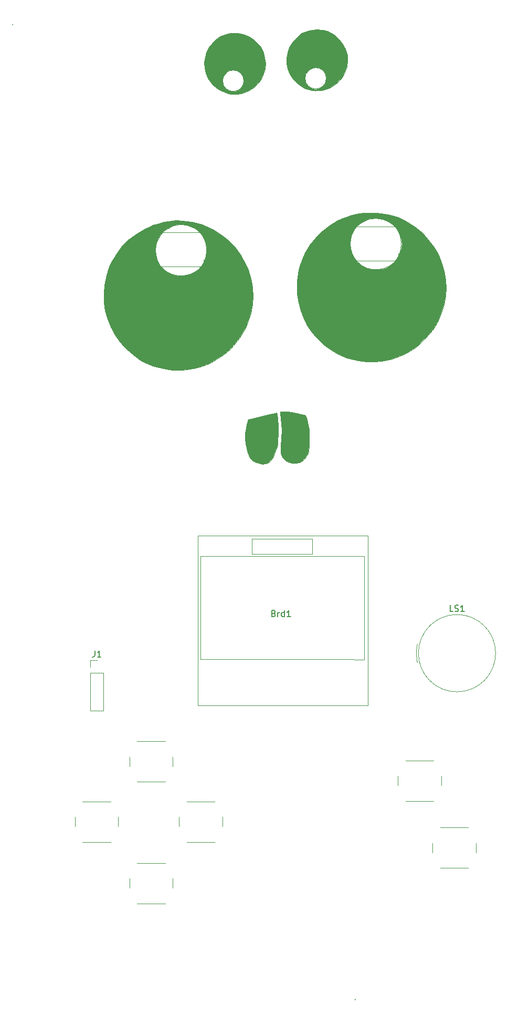
<source format=gbr>
G04 #@! TF.GenerationSoftware,KiCad,Pcbnew,8.0.5-8.0.5-0~ubuntu24.04.1*
G04 #@! TF.CreationDate,2024-10-08T07:52:30+09:00*
G04 #@! TF.ProjectId,gopher_bird_rp2040_sw,676f7068-6572-45f6-9269-72645f727032,rev?*
G04 #@! TF.SameCoordinates,Original*
G04 #@! TF.FileFunction,Legend,Top*
G04 #@! TF.FilePolarity,Positive*
%FSLAX46Y46*%
G04 Gerber Fmt 4.6, Leading zero omitted, Abs format (unit mm)*
G04 Created by KiCad (PCBNEW 8.0.5-8.0.5-0~ubuntu24.04.1) date 2024-10-08 07:52:30*
%MOMM*%
%LPD*%
G01*
G04 APERTURE LIST*
%ADD10C,0.150000*%
%ADD11C,0.120000*%
%ADD12C,0.010000*%
%ADD13C,0.100000*%
G04 APERTURE END LIST*
D10*
X110433333Y-130485009D02*
X110576190Y-130532628D01*
X110576190Y-130532628D02*
X110623809Y-130580247D01*
X110623809Y-130580247D02*
X110671428Y-130675485D01*
X110671428Y-130675485D02*
X110671428Y-130818342D01*
X110671428Y-130818342D02*
X110623809Y-130913580D01*
X110623809Y-130913580D02*
X110576190Y-130961200D01*
X110576190Y-130961200D02*
X110480952Y-131008819D01*
X110480952Y-131008819D02*
X110100000Y-131008819D01*
X110100000Y-131008819D02*
X110100000Y-130008819D01*
X110100000Y-130008819D02*
X110433333Y-130008819D01*
X110433333Y-130008819D02*
X110528571Y-130056438D01*
X110528571Y-130056438D02*
X110576190Y-130104057D01*
X110576190Y-130104057D02*
X110623809Y-130199295D01*
X110623809Y-130199295D02*
X110623809Y-130294533D01*
X110623809Y-130294533D02*
X110576190Y-130389771D01*
X110576190Y-130389771D02*
X110528571Y-130437390D01*
X110528571Y-130437390D02*
X110433333Y-130485009D01*
X110433333Y-130485009D02*
X110100000Y-130485009D01*
X111100000Y-131008819D02*
X111100000Y-130342152D01*
X111100000Y-130532628D02*
X111147619Y-130437390D01*
X111147619Y-130437390D02*
X111195238Y-130389771D01*
X111195238Y-130389771D02*
X111290476Y-130342152D01*
X111290476Y-130342152D02*
X111385714Y-130342152D01*
X112147619Y-131008819D02*
X112147619Y-130008819D01*
X112147619Y-130961200D02*
X112052381Y-131008819D01*
X112052381Y-131008819D02*
X111861905Y-131008819D01*
X111861905Y-131008819D02*
X111766667Y-130961200D01*
X111766667Y-130961200D02*
X111719048Y-130913580D01*
X111719048Y-130913580D02*
X111671429Y-130818342D01*
X111671429Y-130818342D02*
X111671429Y-130532628D01*
X111671429Y-130532628D02*
X111719048Y-130437390D01*
X111719048Y-130437390D02*
X111766667Y-130389771D01*
X111766667Y-130389771D02*
X111861905Y-130342152D01*
X111861905Y-130342152D02*
X112052381Y-130342152D01*
X112052381Y-130342152D02*
X112147619Y-130389771D01*
X113147619Y-131008819D02*
X112576191Y-131008819D01*
X112861905Y-131008819D02*
X112861905Y-130008819D01*
X112861905Y-130008819D02*
X112766667Y-130151676D01*
X112766667Y-130151676D02*
X112671429Y-130246914D01*
X112671429Y-130246914D02*
X112576191Y-130294533D01*
X81566666Y-136494819D02*
X81566666Y-137209104D01*
X81566666Y-137209104D02*
X81519047Y-137351961D01*
X81519047Y-137351961D02*
X81423809Y-137447200D01*
X81423809Y-137447200D02*
X81280952Y-137494819D01*
X81280952Y-137494819D02*
X81185714Y-137494819D01*
X82566666Y-137494819D02*
X81995238Y-137494819D01*
X82280952Y-137494819D02*
X82280952Y-136494819D01*
X82280952Y-136494819D02*
X82185714Y-136637676D01*
X82185714Y-136637676D02*
X82090476Y-136732914D01*
X82090476Y-136732914D02*
X81995238Y-136780533D01*
X139357142Y-130184819D02*
X138880952Y-130184819D01*
X138880952Y-130184819D02*
X138880952Y-129184819D01*
X139642857Y-130137200D02*
X139785714Y-130184819D01*
X139785714Y-130184819D02*
X140023809Y-130184819D01*
X140023809Y-130184819D02*
X140119047Y-130137200D01*
X140119047Y-130137200D02*
X140166666Y-130089580D01*
X140166666Y-130089580D02*
X140214285Y-129994342D01*
X140214285Y-129994342D02*
X140214285Y-129899104D01*
X140214285Y-129899104D02*
X140166666Y-129803866D01*
X140166666Y-129803866D02*
X140119047Y-129756247D01*
X140119047Y-129756247D02*
X140023809Y-129708628D01*
X140023809Y-129708628D02*
X139833333Y-129661009D01*
X139833333Y-129661009D02*
X139738095Y-129613390D01*
X139738095Y-129613390D02*
X139690476Y-129565771D01*
X139690476Y-129565771D02*
X139642857Y-129470533D01*
X139642857Y-129470533D02*
X139642857Y-129375295D01*
X139642857Y-129375295D02*
X139690476Y-129280057D01*
X139690476Y-129280057D02*
X139738095Y-129232438D01*
X139738095Y-129232438D02*
X139833333Y-129184819D01*
X139833333Y-129184819D02*
X140071428Y-129184819D01*
X140071428Y-129184819D02*
X140214285Y-129232438D01*
X141166666Y-130184819D02*
X140595238Y-130184819D01*
X140880952Y-130184819D02*
X140880952Y-129184819D01*
X140880952Y-129184819D02*
X140785714Y-129327676D01*
X140785714Y-129327676D02*
X140690476Y-129422914D01*
X140690476Y-129422914D02*
X140595238Y-129470533D01*
D11*
X91800000Y-69150000D02*
X99100000Y-69150000D01*
X91800000Y-74650000D02*
X99100000Y-74650000D01*
X99100000Y-74650000D02*
X99100000Y-73500000D01*
X123200000Y-68150000D02*
X130500000Y-68150000D01*
X123200000Y-73650000D02*
X130500000Y-73650000D01*
X130500000Y-73650000D02*
X130500000Y-72500000D01*
X98200000Y-118000000D02*
X125600000Y-118000000D01*
X98200000Y-145300000D02*
X98200000Y-118000000D01*
X98622000Y-121295000D02*
X121722000Y-121295000D01*
X98622000Y-137895000D02*
X98622000Y-121295000D01*
X106901000Y-118489000D02*
X106901000Y-120902000D01*
X106901000Y-118489000D02*
X116680000Y-118489000D01*
X116680000Y-118489000D02*
X116680000Y-120902000D01*
X116680000Y-120902000D02*
X106901000Y-120902000D01*
X121722000Y-121295000D02*
X124808000Y-121295000D01*
X121722000Y-137895000D02*
X98622000Y-137895000D01*
X121722000Y-137895000D02*
X125062000Y-137920000D01*
X125062000Y-121283000D02*
X124808000Y-121295000D01*
X125062000Y-137920000D02*
X125062000Y-121283000D01*
X125600000Y-118000000D02*
X125600000Y-145300000D01*
X125600000Y-145300000D02*
X98200000Y-145300000D01*
X130450000Y-156700000D02*
X130450000Y-158200000D01*
X131700000Y-160700000D02*
X136200000Y-160700000D01*
X136200000Y-154200000D02*
X131700000Y-154200000D01*
X137450000Y-158200000D02*
X137450000Y-156700000D01*
X78350000Y-163300000D02*
X78350000Y-164800000D01*
X79600000Y-167300000D02*
X84100000Y-167300000D01*
X84100000Y-160800000D02*
X79600000Y-160800000D01*
X85350000Y-164800000D02*
X85350000Y-163300000D01*
X87150000Y-173200000D02*
X87150000Y-174700000D01*
X88400000Y-177200000D02*
X92900000Y-177200000D01*
X92900000Y-170700000D02*
X88400000Y-170700000D01*
X94150000Y-174700000D02*
X94150000Y-173200000D01*
X80840000Y-138040000D02*
X81900000Y-138040000D01*
X80840000Y-139100000D02*
X80840000Y-138040000D01*
X80840000Y-140100000D02*
X80840000Y-146160000D01*
X80840000Y-140100000D02*
X82960000Y-140100000D01*
X80840000Y-146160000D02*
X82960000Y-146160000D01*
X82960000Y-140100000D02*
X82960000Y-146160000D01*
X87150000Y-153600000D02*
X87150000Y-155100000D01*
X88400000Y-157600000D02*
X92900000Y-157600000D01*
X92900000Y-151100000D02*
X88400000Y-151100000D01*
X94150000Y-155100000D02*
X94150000Y-153600000D01*
X99600001Y-72000000D02*
G75*
G02*
X91377925Y-72000000I-4111038J0D01*
G01*
X91377925Y-72000000D02*
G75*
G02*
X99600001Y-72000000I4111038J0D01*
G01*
X105600000Y-44700000D02*
G75*
G02*
X102200000Y-44700000I-1700000J0D01*
G01*
X102200000Y-44700000D02*
G75*
G02*
X105600000Y-44700000I1700000J0D01*
G01*
X118900000Y-44300000D02*
G75*
G02*
X115500000Y-44300000I-1700000J0D01*
G01*
X115500000Y-44300000D02*
G75*
G02*
X118900000Y-44300000I1700000J0D01*
G01*
X131000001Y-71000000D02*
G75*
G02*
X122777925Y-71000000I-4111038J0D01*
G01*
X122777925Y-71000000D02*
G75*
G02*
X131000001Y-71000000I4111038J0D01*
G01*
D12*
X68320000Y-35620357D02*
X68274643Y-35665714D01*
X68229285Y-35620357D01*
X68274643Y-35575000D01*
X68320000Y-35620357D01*
G36*
X68320000Y-35620357D02*
G01*
X68274643Y-35665714D01*
X68229285Y-35620357D01*
X68274643Y-35575000D01*
X68320000Y-35620357D01*
G37*
X123565000Y-192646786D02*
X123519643Y-192692143D01*
X123474285Y-192646786D01*
X123519643Y-192601429D01*
X123565000Y-192646786D01*
G36*
X123565000Y-192646786D02*
G01*
X123519643Y-192692143D01*
X123474285Y-192646786D01*
X123519643Y-192601429D01*
X123565000Y-192646786D01*
G37*
D13*
X126970000Y-65990000D02*
X127010000Y-66830000D01*
X126490000Y-66870000D01*
X125750000Y-67020000D01*
X124980000Y-67300000D01*
X124340000Y-67700000D01*
X123870000Y-68130000D01*
X123460000Y-68630000D01*
X123180000Y-69110000D01*
X122910000Y-69750000D01*
X122790000Y-70230000D01*
X122740000Y-70740000D01*
X122740000Y-70970000D01*
X116410000Y-70940000D01*
X117140000Y-70060000D01*
X118010000Y-69140000D01*
X118340000Y-68850000D01*
X119410000Y-68010000D01*
X120620000Y-67290000D01*
X121590000Y-66850000D01*
X122410000Y-66540000D01*
X122710000Y-66450000D01*
X123770000Y-66150000D01*
X124860000Y-66000000D01*
X125800000Y-65970000D01*
X126390000Y-65970000D01*
X126970000Y-65990000D01*
G36*
X126970000Y-65990000D02*
G01*
X127010000Y-66830000D01*
X126490000Y-66870000D01*
X125750000Y-67020000D01*
X124980000Y-67300000D01*
X124340000Y-67700000D01*
X123870000Y-68130000D01*
X123460000Y-68630000D01*
X123180000Y-69110000D01*
X122910000Y-69750000D01*
X122790000Y-70230000D01*
X122740000Y-70740000D01*
X122740000Y-70970000D01*
X116410000Y-70940000D01*
X117140000Y-70060000D01*
X118010000Y-69140000D01*
X118340000Y-68850000D01*
X119410000Y-68010000D01*
X120620000Y-67290000D01*
X121590000Y-66850000D01*
X122410000Y-66540000D01*
X122710000Y-66450000D01*
X123770000Y-66150000D01*
X124860000Y-66000000D01*
X125800000Y-65970000D01*
X126390000Y-65970000D01*
X126970000Y-65990000D01*
G37*
X95730000Y-67255000D02*
X95610000Y-67820000D01*
X94900000Y-67880000D01*
X94070000Y-68100000D01*
X93420000Y-68400000D01*
X92700000Y-68860000D01*
X92170000Y-69500000D01*
X91720000Y-70180000D01*
X91510000Y-70810000D01*
X91340000Y-71490000D01*
X91320000Y-72230000D01*
X91470000Y-73130000D01*
X91690000Y-73730000D01*
X91830000Y-74000000D01*
X92090000Y-74420000D01*
X92280000Y-74670000D01*
X83890000Y-74640000D01*
X84250000Y-73920000D01*
X84450000Y-73510000D01*
X85200000Y-72320000D01*
X86120000Y-71180000D01*
X87100000Y-70230000D01*
X88250000Y-69340000D01*
X89530000Y-68580000D01*
X90650000Y-68070000D01*
X90920000Y-67970000D01*
X92010000Y-67640000D01*
X92710000Y-67440000D01*
X93510000Y-67330000D01*
X94610000Y-67205000D01*
X95730000Y-67255000D01*
G36*
X95730000Y-67255000D02*
G01*
X95610000Y-67820000D01*
X94900000Y-67880000D01*
X94070000Y-68100000D01*
X93420000Y-68400000D01*
X92700000Y-68860000D01*
X92170000Y-69500000D01*
X91720000Y-70180000D01*
X91510000Y-70810000D01*
X91340000Y-71490000D01*
X91320000Y-72230000D01*
X91470000Y-73130000D01*
X91690000Y-73730000D01*
X91830000Y-74000000D01*
X92090000Y-74420000D01*
X92280000Y-74670000D01*
X83890000Y-74640000D01*
X84250000Y-73920000D01*
X84450000Y-73510000D01*
X85200000Y-72320000D01*
X86120000Y-71180000D01*
X87100000Y-70230000D01*
X88250000Y-69340000D01*
X89530000Y-68580000D01*
X90650000Y-68070000D01*
X90920000Y-67970000D01*
X92010000Y-67640000D01*
X92710000Y-67440000D01*
X93510000Y-67330000D01*
X94610000Y-67205000D01*
X95730000Y-67255000D01*
G37*
X118330000Y-36510000D02*
X119095000Y-36720000D01*
X120005000Y-37190000D01*
X120480000Y-37550000D01*
X121080000Y-38120000D01*
X121560000Y-38780000D01*
X121980000Y-39590000D01*
X122280000Y-40580000D01*
X122350000Y-41490000D01*
X122230000Y-42430000D01*
X121940000Y-43260000D01*
X121520000Y-44030000D01*
X120980000Y-44730000D01*
X120280000Y-45340000D01*
X119560000Y-45800000D01*
X118730000Y-46110000D01*
X118100000Y-46240000D01*
X117160000Y-46290000D01*
X117180000Y-46060000D01*
X117690000Y-45970000D01*
X118230000Y-45680000D01*
X118660000Y-45250000D01*
X118870000Y-44770000D01*
X118940000Y-44210000D01*
X118830000Y-43660000D01*
X118530000Y-43160000D01*
X118210000Y-42880000D01*
X117780000Y-42650000D01*
X117230000Y-42550000D01*
X117290000Y-36470000D01*
X118330000Y-36510000D01*
G36*
X118330000Y-36510000D02*
G01*
X119095000Y-36720000D01*
X120005000Y-37190000D01*
X120480000Y-37550000D01*
X121080000Y-38120000D01*
X121560000Y-38780000D01*
X121980000Y-39590000D01*
X122280000Y-40580000D01*
X122350000Y-41490000D01*
X122230000Y-42430000D01*
X121940000Y-43260000D01*
X121520000Y-44030000D01*
X120980000Y-44730000D01*
X120280000Y-45340000D01*
X119560000Y-45800000D01*
X118730000Y-46110000D01*
X118100000Y-46240000D01*
X117160000Y-46290000D01*
X117180000Y-46060000D01*
X117690000Y-45970000D01*
X118230000Y-45680000D01*
X118660000Y-45250000D01*
X118870000Y-44770000D01*
X118940000Y-44210000D01*
X118830000Y-43660000D01*
X118530000Y-43160000D01*
X118210000Y-42880000D01*
X117780000Y-42650000D01*
X117230000Y-42550000D01*
X117290000Y-36470000D01*
X118330000Y-36510000D01*
G37*
X110910000Y-98190000D02*
X110990000Y-98390000D01*
X111060000Y-99150000D01*
X111110000Y-100160000D01*
X111130000Y-101590000D01*
X111070000Y-102710000D01*
X111020000Y-103220000D01*
X110900000Y-103900000D01*
X110660000Y-104550000D01*
X110390000Y-105305000D01*
X109950000Y-105855000D01*
X109420000Y-106250000D01*
X108630000Y-106420000D01*
X108010000Y-106320000D01*
X107440000Y-106120000D01*
X106970000Y-105840000D01*
X106570000Y-105400000D01*
X106270000Y-104570000D01*
X106050000Y-103930000D01*
X105900000Y-103180000D01*
X105840000Y-102310000D01*
X105850000Y-101580000D01*
X106000000Y-100730000D01*
X106090000Y-100070000D01*
X106230000Y-99480000D01*
X106320000Y-99300000D01*
X107420000Y-99005000D01*
X108770000Y-98700000D01*
X109820000Y-98400000D01*
X110630000Y-98210000D01*
X110860000Y-98180000D01*
X110910000Y-98190000D01*
G36*
X110910000Y-98190000D02*
G01*
X110990000Y-98390000D01*
X111060000Y-99150000D01*
X111110000Y-100160000D01*
X111130000Y-101590000D01*
X111070000Y-102710000D01*
X111020000Y-103220000D01*
X110900000Y-103900000D01*
X110660000Y-104550000D01*
X110390000Y-105305000D01*
X109950000Y-105855000D01*
X109420000Y-106250000D01*
X108630000Y-106420000D01*
X108010000Y-106320000D01*
X107440000Y-106120000D01*
X106970000Y-105840000D01*
X106570000Y-105400000D01*
X106270000Y-104570000D01*
X106050000Y-103930000D01*
X105900000Y-103180000D01*
X105840000Y-102310000D01*
X105850000Y-101580000D01*
X106000000Y-100730000D01*
X106090000Y-100070000D01*
X106230000Y-99480000D01*
X106320000Y-99300000D01*
X107420000Y-99005000D01*
X108770000Y-98700000D01*
X109820000Y-98400000D01*
X110630000Y-98210000D01*
X110860000Y-98180000D01*
X110910000Y-98190000D01*
G37*
X112680000Y-97990000D02*
X113680000Y-98150000D01*
X114830000Y-98400000D01*
X115520000Y-98580000D01*
X115800000Y-99250000D01*
X115970000Y-100100000D01*
X116110000Y-100830000D01*
X116180000Y-101800000D01*
X116170000Y-103150000D01*
X116150000Y-103590000D01*
X116070000Y-104300000D01*
X115930000Y-104750000D01*
X115630000Y-105290000D01*
X115290000Y-105720000D01*
X114910000Y-106020000D01*
X114530000Y-106210000D01*
X113950000Y-106290000D01*
X113360000Y-106260000D01*
X112800000Y-106100000D01*
X112320000Y-105840000D01*
X111920000Y-105460000D01*
X111650000Y-105000000D01*
X111570000Y-104630000D01*
X111560000Y-104060000D01*
X111600000Y-103450000D01*
X111680000Y-102430000D01*
X111700000Y-100930000D01*
X111675000Y-100040000D01*
X111580000Y-99110000D01*
X111490000Y-98260000D01*
X111470000Y-98030000D01*
X112220000Y-97980000D01*
X112680000Y-97990000D01*
G36*
X112680000Y-97990000D02*
G01*
X113680000Y-98150000D01*
X114830000Y-98400000D01*
X115520000Y-98580000D01*
X115800000Y-99250000D01*
X115970000Y-100100000D01*
X116110000Y-100830000D01*
X116180000Y-101800000D01*
X116170000Y-103150000D01*
X116150000Y-103590000D01*
X116070000Y-104300000D01*
X115930000Y-104750000D01*
X115630000Y-105290000D01*
X115290000Y-105720000D01*
X114910000Y-106020000D01*
X114530000Y-106210000D01*
X113950000Y-106290000D01*
X113360000Y-106260000D01*
X112800000Y-106100000D01*
X112320000Y-105840000D01*
X111920000Y-105460000D01*
X111650000Y-105000000D01*
X111570000Y-104630000D01*
X111560000Y-104060000D01*
X111600000Y-103450000D01*
X111680000Y-102430000D01*
X111700000Y-100930000D01*
X111675000Y-100040000D01*
X111580000Y-99110000D01*
X111490000Y-98260000D01*
X111470000Y-98030000D01*
X112220000Y-97980000D01*
X112680000Y-97990000D01*
G37*
X103750000Y-42970000D02*
X103280000Y-43060000D01*
X102810000Y-43320000D01*
X102470000Y-43680000D01*
X102280000Y-44030000D01*
X102140000Y-44540000D01*
X102150000Y-44850000D01*
X102210000Y-45170000D01*
X102350000Y-45530000D01*
X102590000Y-45870000D01*
X102970000Y-46190000D01*
X103320000Y-46350000D01*
X103620000Y-46430000D01*
X103900000Y-46450000D01*
X103890000Y-46860000D01*
X103570000Y-46840000D01*
X103120000Y-46760000D01*
X102220000Y-46450000D01*
X101400000Y-45990000D01*
X100670000Y-45380000D01*
X100310000Y-44990000D01*
X99840000Y-44270000D01*
X99490000Y-43490000D01*
X99290000Y-42610000D01*
X99240000Y-41790000D01*
X99340000Y-40960000D01*
X99580000Y-40130000D01*
X99960000Y-39350000D01*
X100460000Y-38690000D01*
X101010000Y-38160000D01*
X101870000Y-37560000D01*
X102750000Y-37190000D01*
X103430000Y-37050000D01*
X103680000Y-37020000D01*
X103750000Y-42970000D01*
G36*
X103750000Y-42970000D02*
G01*
X103280000Y-43060000D01*
X102810000Y-43320000D01*
X102470000Y-43680000D01*
X102280000Y-44030000D01*
X102140000Y-44540000D01*
X102150000Y-44850000D01*
X102210000Y-45170000D01*
X102350000Y-45530000D01*
X102590000Y-45870000D01*
X102970000Y-46190000D01*
X103320000Y-46350000D01*
X103620000Y-46430000D01*
X103900000Y-46450000D01*
X103890000Y-46860000D01*
X103570000Y-46840000D01*
X103120000Y-46760000D01*
X102220000Y-46450000D01*
X101400000Y-45990000D01*
X100670000Y-45380000D01*
X100310000Y-44990000D01*
X99840000Y-44270000D01*
X99490000Y-43490000D01*
X99290000Y-42610000D01*
X99240000Y-41790000D01*
X99340000Y-40960000D01*
X99580000Y-40130000D01*
X99960000Y-39350000D01*
X100460000Y-38690000D01*
X101010000Y-38160000D01*
X101870000Y-37560000D01*
X102750000Y-37190000D01*
X103430000Y-37050000D01*
X103680000Y-37020000D01*
X103750000Y-42970000D01*
G37*
X117200000Y-42540000D02*
X116790000Y-42610000D01*
X116230000Y-42850000D01*
X115860000Y-43180000D01*
X115550000Y-43670000D01*
X115460000Y-44160000D01*
X115450000Y-44510000D01*
X115540000Y-44860000D01*
X115690000Y-45200000D01*
X115950000Y-45540000D01*
X116230000Y-45760000D01*
X116650000Y-45980000D01*
X117140000Y-46060000D01*
X117130000Y-46320000D01*
X117100000Y-46300000D01*
X116670000Y-46240000D01*
X116270000Y-46190000D01*
X115400000Y-45890000D01*
X114600000Y-45420000D01*
X113900000Y-44790000D01*
X113520000Y-44380000D01*
X113030000Y-43610000D01*
X112700000Y-42820000D01*
X112520000Y-41930000D01*
X112490000Y-41080000D01*
X112660000Y-40180000D01*
X112920000Y-39400000D01*
X112950000Y-39300000D01*
X113590000Y-38280000D01*
X114240000Y-37590000D01*
X114990000Y-37060000D01*
X115620000Y-36780000D01*
X115880000Y-36660000D01*
X116170000Y-36580000D01*
X116810000Y-36480000D01*
X117260000Y-36470000D01*
X117200000Y-42540000D01*
G36*
X117200000Y-42540000D02*
G01*
X116790000Y-42610000D01*
X116230000Y-42850000D01*
X115860000Y-43180000D01*
X115550000Y-43670000D01*
X115460000Y-44160000D01*
X115450000Y-44510000D01*
X115540000Y-44860000D01*
X115690000Y-45200000D01*
X115950000Y-45540000D01*
X116230000Y-45760000D01*
X116650000Y-45980000D01*
X117140000Y-46060000D01*
X117130000Y-46320000D01*
X117100000Y-46300000D01*
X116670000Y-46240000D01*
X116270000Y-46190000D01*
X115400000Y-45890000D01*
X114600000Y-45420000D01*
X113900000Y-44790000D01*
X113520000Y-44380000D01*
X113030000Y-43610000D01*
X112700000Y-42820000D01*
X112520000Y-41930000D01*
X112490000Y-41080000D01*
X112660000Y-40180000D01*
X112920000Y-39400000D01*
X112950000Y-39300000D01*
X113590000Y-38280000D01*
X114240000Y-37590000D01*
X114990000Y-37060000D01*
X115620000Y-36780000D01*
X115880000Y-36660000D01*
X116170000Y-36580000D01*
X116810000Y-36480000D01*
X117260000Y-36470000D01*
X117200000Y-42540000D01*
G37*
X105490000Y-37190000D02*
X106440000Y-37560000D01*
X107170000Y-38050000D01*
X107770000Y-38650000D01*
X108250000Y-39160000D01*
X108550000Y-39690000D01*
X108770000Y-40200000D01*
X108980000Y-41010000D01*
X109060000Y-41460000D01*
X109090000Y-41950000D01*
X109010000Y-42870000D01*
X108710000Y-43770000D01*
X108320000Y-44530000D01*
X107770000Y-45250000D01*
X107140000Y-45820000D01*
X106320000Y-46340000D01*
X105470000Y-46690000D01*
X104990000Y-46780000D01*
X104670000Y-46820000D01*
X104330000Y-46850000D01*
X103940000Y-46860000D01*
X103940000Y-46460000D01*
X104200000Y-46430000D01*
X104670000Y-46270000D01*
X105090000Y-45980000D01*
X105430000Y-45540000D01*
X105570000Y-45230000D01*
X105650000Y-44730000D01*
X105590000Y-44230000D01*
X105420000Y-43820000D01*
X105230000Y-43550000D01*
X104830000Y-43210000D01*
X104370000Y-42945000D01*
X103270000Y-42875000D01*
X103340000Y-42290000D01*
X103660000Y-37015000D01*
X104620000Y-37005000D01*
X105490000Y-37190000D01*
G36*
X105490000Y-37190000D02*
G01*
X106440000Y-37560000D01*
X107170000Y-38050000D01*
X107770000Y-38650000D01*
X108250000Y-39160000D01*
X108550000Y-39690000D01*
X108770000Y-40200000D01*
X108980000Y-41010000D01*
X109060000Y-41460000D01*
X109090000Y-41950000D01*
X109010000Y-42870000D01*
X108710000Y-43770000D01*
X108320000Y-44530000D01*
X107770000Y-45250000D01*
X107140000Y-45820000D01*
X106320000Y-46340000D01*
X105470000Y-46690000D01*
X104990000Y-46780000D01*
X104670000Y-46820000D01*
X104330000Y-46850000D01*
X103940000Y-46860000D01*
X103940000Y-46460000D01*
X104200000Y-46430000D01*
X104670000Y-46270000D01*
X105090000Y-45980000D01*
X105430000Y-45540000D01*
X105570000Y-45230000D01*
X105650000Y-44730000D01*
X105590000Y-44230000D01*
X105420000Y-43820000D01*
X105230000Y-43550000D01*
X104830000Y-43210000D01*
X104370000Y-42945000D01*
X103270000Y-42875000D01*
X103340000Y-42290000D01*
X103660000Y-37015000D01*
X104620000Y-37005000D01*
X105490000Y-37190000D01*
G37*
X96480000Y-67310000D02*
X97150000Y-67420000D01*
X98877500Y-67842500D01*
X100702500Y-68657500D01*
X102025000Y-69515000D01*
X103060000Y-70360000D01*
X104110000Y-71440000D01*
X105070000Y-72680000D01*
X105660000Y-73760000D01*
X106300000Y-75130000D01*
X106720000Y-76550000D01*
X106990000Y-77940000D01*
X107050000Y-79420000D01*
X106980000Y-80720000D01*
X106730000Y-82140000D01*
X105870000Y-84520000D01*
X105110000Y-85770000D01*
X104280000Y-86940000D01*
X103490000Y-87810000D01*
X102430000Y-88730000D01*
X101270000Y-89550000D01*
X100100000Y-90180000D01*
X98770000Y-90690000D01*
X97410000Y-91080000D01*
X95710000Y-91260000D01*
X94620000Y-91290000D01*
X94110000Y-91270000D01*
X93600000Y-91230000D01*
X93100000Y-91160000D01*
X91960000Y-90910000D01*
X90940000Y-90590000D01*
X89870000Y-90160000D01*
X88910000Y-89650000D01*
X87690000Y-88800000D01*
X86550000Y-87790000D01*
X85630000Y-86780000D01*
X84810000Y-85630000D01*
X84130000Y-84370000D01*
X83600000Y-83070000D01*
X83230000Y-81700000D01*
X83040000Y-80360000D01*
X83000000Y-78980000D01*
X83120000Y-77590000D01*
X83440000Y-76100000D01*
X83920000Y-74660000D01*
X92310000Y-74710000D01*
X92860000Y-75250000D01*
X93580000Y-75710000D01*
X94450000Y-76030000D01*
X94980000Y-76130000D01*
X95540000Y-76160000D01*
X96180000Y-76100000D01*
X96860000Y-75930000D01*
X97440000Y-75670000D01*
X98160000Y-75180000D01*
X98840000Y-74490000D01*
X99210000Y-73890000D01*
X99460000Y-73240000D01*
X99650000Y-72150000D01*
X99610000Y-71380000D01*
X99380000Y-70550000D01*
X99070000Y-69840000D01*
X98490000Y-69120000D01*
X97830000Y-68560000D01*
X96580000Y-68000000D01*
X96390000Y-67930000D01*
X96040000Y-67870000D01*
X95650000Y-67850000D01*
X95630000Y-67840000D01*
X95620000Y-67250000D01*
X96480000Y-67310000D01*
G36*
X96480000Y-67310000D02*
G01*
X97150000Y-67420000D01*
X98877500Y-67842500D01*
X100702500Y-68657500D01*
X102025000Y-69515000D01*
X103060000Y-70360000D01*
X104110000Y-71440000D01*
X105070000Y-72680000D01*
X105660000Y-73760000D01*
X106300000Y-75130000D01*
X106720000Y-76550000D01*
X106990000Y-77940000D01*
X107050000Y-79420000D01*
X106980000Y-80720000D01*
X106730000Y-82140000D01*
X105870000Y-84520000D01*
X105110000Y-85770000D01*
X104280000Y-86940000D01*
X103490000Y-87810000D01*
X102430000Y-88730000D01*
X101270000Y-89550000D01*
X100100000Y-90180000D01*
X98770000Y-90690000D01*
X97410000Y-91080000D01*
X95710000Y-91260000D01*
X94620000Y-91290000D01*
X94110000Y-91270000D01*
X93600000Y-91230000D01*
X93100000Y-91160000D01*
X91960000Y-90910000D01*
X90940000Y-90590000D01*
X89870000Y-90160000D01*
X88910000Y-89650000D01*
X87690000Y-88800000D01*
X86550000Y-87790000D01*
X85630000Y-86780000D01*
X84810000Y-85630000D01*
X84130000Y-84370000D01*
X83600000Y-83070000D01*
X83230000Y-81700000D01*
X83040000Y-80360000D01*
X83000000Y-78980000D01*
X83120000Y-77590000D01*
X83440000Y-76100000D01*
X83920000Y-74660000D01*
X92310000Y-74710000D01*
X92860000Y-75250000D01*
X93580000Y-75710000D01*
X94450000Y-76030000D01*
X94980000Y-76130000D01*
X95540000Y-76160000D01*
X96180000Y-76100000D01*
X96860000Y-75930000D01*
X97440000Y-75670000D01*
X98160000Y-75180000D01*
X98840000Y-74490000D01*
X99210000Y-73890000D01*
X99460000Y-73240000D01*
X99650000Y-72150000D01*
X99610000Y-71380000D01*
X99380000Y-70550000D01*
X99070000Y-69840000D01*
X98490000Y-69120000D01*
X97830000Y-68560000D01*
X96580000Y-68000000D01*
X96390000Y-67930000D01*
X96040000Y-67870000D01*
X95650000Y-67850000D01*
X95630000Y-67840000D01*
X95620000Y-67250000D01*
X96480000Y-67310000D01*
G37*
X127840000Y-66050000D02*
X129240000Y-66310000D01*
X130470000Y-66700000D01*
X131840000Y-67360000D01*
X133170000Y-68210000D01*
X134460000Y-69230000D01*
X135400000Y-70310000D01*
X136300000Y-71500000D01*
X136930000Y-72630000D01*
X137480000Y-73960000D01*
X137890000Y-75330000D01*
X138150000Y-76770000D01*
X138200000Y-78120000D01*
X138140000Y-79390000D01*
X137870000Y-80820000D01*
X137490000Y-82060000D01*
X136930000Y-83340000D01*
X136260000Y-84510000D01*
X135650000Y-85340000D01*
X134350000Y-86770000D01*
X133290000Y-87650000D01*
X132200000Y-88370000D01*
X131030000Y-88960000D01*
X129530000Y-89500000D01*
X127800000Y-89890000D01*
X126630000Y-89940000D01*
X125470000Y-89930000D01*
X124660000Y-89890000D01*
X124060000Y-89800000D01*
X122230000Y-89320000D01*
X120890000Y-88770000D01*
X119870000Y-88210000D01*
X118520000Y-87230000D01*
X117500000Y-86250000D01*
X116680000Y-85320000D01*
X115820000Y-84080000D01*
X115190000Y-82810000D01*
X114660000Y-81460000D01*
X114342500Y-80080000D01*
X114177500Y-78940000D01*
X114195000Y-76960000D01*
X114340000Y-75740000D01*
X114560000Y-74820000D01*
X115070000Y-73420000D01*
X115470000Y-72450000D01*
X116410000Y-70890000D01*
X122770000Y-70970000D01*
X122820000Y-71750000D01*
X123060000Y-72560000D01*
X123340000Y-73130000D01*
X123840000Y-73800000D01*
X124490000Y-74390000D01*
X125110000Y-74740000D01*
X125710000Y-74970000D01*
X126330000Y-75130000D01*
X126900000Y-75150000D01*
X127290000Y-75160000D01*
X127960000Y-75020000D01*
X128550000Y-74840000D01*
X128980000Y-74610000D01*
X129530000Y-74240000D01*
X129790000Y-74020000D01*
X130140000Y-73640000D01*
X130460000Y-73190000D01*
X130610000Y-72910000D01*
X130890000Y-72230000D01*
X131020000Y-71700000D01*
X131090000Y-71030000D01*
X131030000Y-70300000D01*
X130800000Y-69470000D01*
X130580000Y-69010000D01*
X130130000Y-68340000D01*
X129630000Y-67830000D01*
X128860000Y-67330000D01*
X128020000Y-66980000D01*
X127390000Y-66880000D01*
X127010000Y-66840000D01*
X126980000Y-66000000D01*
X127840000Y-66050000D01*
G36*
X127840000Y-66050000D02*
G01*
X129240000Y-66310000D01*
X130470000Y-66700000D01*
X131840000Y-67360000D01*
X133170000Y-68210000D01*
X134460000Y-69230000D01*
X135400000Y-70310000D01*
X136300000Y-71500000D01*
X136930000Y-72630000D01*
X137480000Y-73960000D01*
X137890000Y-75330000D01*
X138150000Y-76770000D01*
X138200000Y-78120000D01*
X138140000Y-79390000D01*
X137870000Y-80820000D01*
X137490000Y-82060000D01*
X136930000Y-83340000D01*
X136260000Y-84510000D01*
X135650000Y-85340000D01*
X134350000Y-86770000D01*
X133290000Y-87650000D01*
X132200000Y-88370000D01*
X131030000Y-88960000D01*
X129530000Y-89500000D01*
X127800000Y-89890000D01*
X126630000Y-89940000D01*
X125470000Y-89930000D01*
X124660000Y-89890000D01*
X124060000Y-89800000D01*
X122230000Y-89320000D01*
X120890000Y-88770000D01*
X119870000Y-88210000D01*
X118520000Y-87230000D01*
X117500000Y-86250000D01*
X116680000Y-85320000D01*
X115820000Y-84080000D01*
X115190000Y-82810000D01*
X114660000Y-81460000D01*
X114342500Y-80080000D01*
X114177500Y-78940000D01*
X114195000Y-76960000D01*
X114340000Y-75740000D01*
X114560000Y-74820000D01*
X115070000Y-73420000D01*
X115470000Y-72450000D01*
X116410000Y-70890000D01*
X122770000Y-70970000D01*
X122820000Y-71750000D01*
X123060000Y-72560000D01*
X123340000Y-73130000D01*
X123840000Y-73800000D01*
X124490000Y-74390000D01*
X125110000Y-74740000D01*
X125710000Y-74970000D01*
X126330000Y-75130000D01*
X126900000Y-75150000D01*
X127290000Y-75160000D01*
X127960000Y-75020000D01*
X128550000Y-74840000D01*
X128980000Y-74610000D01*
X129530000Y-74240000D01*
X129790000Y-74020000D01*
X130140000Y-73640000D01*
X130460000Y-73190000D01*
X130610000Y-72910000D01*
X130890000Y-72230000D01*
X131020000Y-71700000D01*
X131090000Y-71030000D01*
X131030000Y-70300000D01*
X130800000Y-69470000D01*
X130580000Y-69010000D01*
X130130000Y-68340000D01*
X129630000Y-67830000D01*
X128860000Y-67330000D01*
X128020000Y-66980000D01*
X127390000Y-66880000D01*
X127010000Y-66840000D01*
X126980000Y-66000000D01*
X127840000Y-66050000D01*
G37*
D11*
X95150000Y-163300000D02*
X95150000Y-164800000D01*
X96400000Y-167300000D02*
X100900000Y-167300000D01*
X100900000Y-160800000D02*
X96400000Y-160800000D01*
X102150000Y-164800000D02*
X102150000Y-163300000D01*
X136050000Y-167500000D02*
X136050000Y-169000000D01*
X137300000Y-171500000D02*
X141800000Y-171500000D01*
X141800000Y-165000000D02*
X137300000Y-165000000D01*
X143050000Y-169000000D02*
X143050000Y-167500000D01*
X133600000Y-138399999D02*
G75*
G02*
X133600000Y-135400000I6400000J1499999D01*
G01*
X146230000Y-136900000D02*
G75*
G02*
X133770000Y-136900000I-6230000J0D01*
G01*
X133770000Y-136900000D02*
G75*
G02*
X146230000Y-136900000I6230000J0D01*
G01*
M02*

</source>
